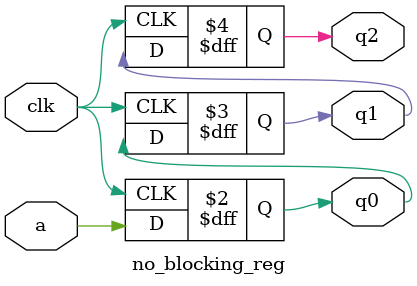
<source format=v>
`timescale 1ns / 1ps
module no_blocking_reg(a,clk,q0,q1,q2);
	 
	 input a,clk;
	 output reg q0,q1,q2;
	 
   always @(posedge clk)
	 begin
	 q0<=a;
	 q1<=q0;
	 q2<=q1;
	 end 

endmodule

</source>
